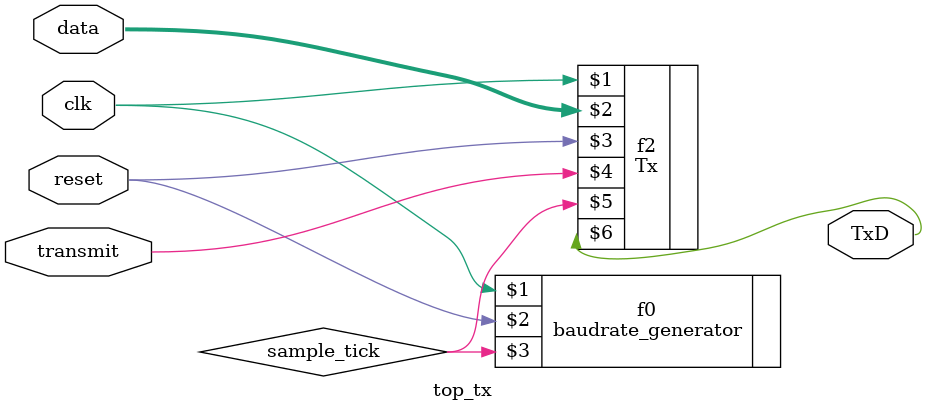
<source format=v>
`timescale 1ns / 1ps

module top_tx(
    input clk,
    input [7:0]data,
    input reset,
    input transmit,
    output TxD
    );
    
    baudrate_generator f0(clk,reset,sample_tick);
    Tx f2(clk,data,reset,transmit,sample_tick,TxD);
endmodule

</source>
